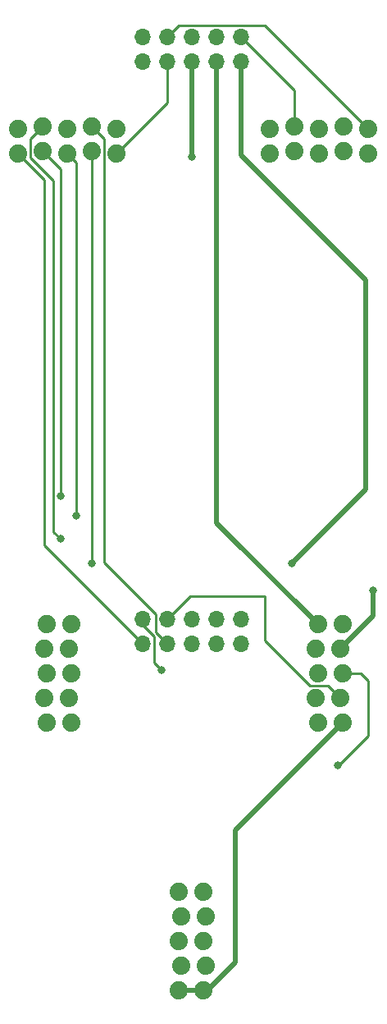
<source format=gbl>
%TF.GenerationSoftware,KiCad,Pcbnew,7.0.8*%
%TF.CreationDate,2024-02-25T17:47:53-05:00*%
%TF.ProjectId,lichen-bifocals-submodule-power-board,6c696368-656e-42d6-9269-666f63616c73,rev?*%
%TF.SameCoordinates,Original*%
%TF.FileFunction,Copper,L2,Bot*%
%TF.FilePolarity,Positive*%
%FSLAX46Y46*%
G04 Gerber Fmt 4.6, Leading zero omitted, Abs format (unit mm)*
G04 Created by KiCad (PCBNEW 7.0.8) date 2024-02-25 17:47:53*
%MOMM*%
%LPD*%
G01*
G04 APERTURE LIST*
%TA.AperFunction,ComponentPad*%
%ADD10C,1.879600*%
%TD*%
%TA.AperFunction,ComponentPad*%
%ADD11O,1.700000X1.700000*%
%TD*%
%TA.AperFunction,ViaPad*%
%ADD12C,0.800000*%
%TD*%
%TA.AperFunction,Conductor*%
%ADD13C,0.250000*%
%TD*%
%TA.AperFunction,Conductor*%
%ADD14C,0.500000*%
%TD*%
G04 APERTURE END LIST*
D10*
%TO.P,MCU1,A1,-12V*%
%TO.N,-12V*%
X135687000Y-182893000D03*
%TO.P,MCU1,A2,UART_RX*%
%TO.N,POT_4_CV_9*%
X135433000Y-180353000D03*
%TO.P,MCU1,A3,UART_TX*%
%TO.N,POT_5_CV_10*%
X135687000Y-177813000D03*
%TO.P,MCU1,A4,GND*%
%TO.N,GND*%
X135433000Y-175273000D03*
%TO.P,MCU1,A5,+12V*%
%TO.N,+12V*%
X135687000Y-172733000D03*
%TO.P,MCU1,A6,+5V*%
%TO.N,+5V*%
X133147000Y-172733000D03*
%TO.P,MCU1,A7,GND*%
%TO.N,GND*%
X132893000Y-175273000D03*
%TO.P,MCU1,A8,USB_DM*%
%TO.N,unconnected-(MCU1-USB_DM-PadA8)*%
X133147000Y-177813000D03*
%TO.P,MCU1,A9,USB_DP*%
%TO.N,unconnected-(MCU1-USB_DP-PadA9)*%
X132893000Y-180353000D03*
%TO.P,MCU1,A10,+3V3*%
%TO.N,+3.3V*%
X133147000Y-182893000D03*
%TO.P,MCU1,B1,AUDIO_OUT_R*%
%TO.N,AUDIO_OUT_R*%
X138370000Y-121670000D03*
%TO.P,MCU1,B2,AUDIO_OUT_L*%
%TO.N,AUDIO_OUT_L*%
X135830000Y-121416000D03*
%TO.P,MCU1,B3,AUDIO_IN_R*%
%TO.N,AUDIO_IN_R*%
X133290000Y-121670000D03*
%TO.P,MCU1,B4,AUDIO_IN_L*%
%TO.N,AUDIO_IN_L*%
X130750000Y-121416000D03*
%TO.P,MCU1,B5,GATE_OUT_1*%
%TO.N,unconnected-(MCU1-GATE_OUT_1-PadB5)*%
X128210000Y-121670000D03*
%TO.P,MCU1,B6,GATE_OUT_2*%
%TO.N,unconnected-(MCU1-GATE_OUT_2-PadB6)*%
X128210000Y-124210000D03*
%TO.P,MCU1,B7,I2C1_SCL*%
%TO.N,BUTTON*%
X130750000Y-123956000D03*
%TO.P,MCU1,B8,I2C1_SDA*%
%TO.N,unconnected-(MCU1-I2C1_SDA-PadB8)*%
X133290000Y-124210000D03*
%TO.P,MCU1,B9,GATE_IN_2*%
%TO.N,unconnected-(MCU1-GATE_IN_2-PadB9)*%
X135830000Y-123956000D03*
%TO.P,MCU1,B10,GATE_IN_1*%
%TO.N,unconnected-(MCU1-GATE_IN_1-PadB10)*%
X138370000Y-124210000D03*
%TO.P,MCU1,C1,CV_OUT_2*%
%TO.N,unconnected-(MCU1-CV_OUT_2-PadC1)*%
X112370000Y-121670000D03*
%TO.P,MCU1,C2,CV4*%
%TO.N,JACK_CV_4*%
X109830000Y-121416000D03*
%TO.P,MCU1,C3,CV3*%
%TO.N,JACK_CV_3*%
X107290000Y-121670000D03*
%TO.P,MCU1,C4,CV2*%
%TO.N,JACK_CV_2*%
X104750000Y-121416000D03*
%TO.P,MCU1,C5,CV1*%
%TO.N,JACK_CV_1*%
X102210000Y-121670000D03*
%TO.P,MCU1,C6,CV5*%
%TO.N,JACK_CV_5*%
X102210000Y-124210000D03*
%TO.P,MCU1,C7,CV6*%
%TO.N,POT_1_CV_6*%
X104750000Y-123956000D03*
%TO.P,MCU1,C8,CV7*%
%TO.N,POT_2_CV_7*%
X107290000Y-124210000D03*
%TO.P,MCU1,C9,CV8*%
%TO.N,POT_3_CV_8*%
X109830000Y-123956000D03*
%TO.P,MCU1,C10,CV_OUT_1*%
%TO.N,LED_CV_OUT*%
X112370000Y-124210000D03*
%TO.P,MCU1,D1,SPI_NSS*%
%TO.N,unconnected-(MCU1-SPI_NSS-PadD1)*%
X107687000Y-182893000D03*
%TO.P,MCU1,D2,SDMMC_D3*%
%TO.N,unconnected-(MCU1-SDMMC_D3-PadD2)*%
X107433000Y-180353000D03*
%TO.P,MCU1,D3,SDMMC_D2*%
%TO.N,unconnected-(MCU1-SDMMC_D2-PadD3)*%
X107687000Y-177813000D03*
%TO.P,MCU1,D4,SDMMC_D1*%
%TO.N,unconnected-(MCU1-SDMMC_D1-PadD4)*%
X107433000Y-175273000D03*
%TO.P,MCU1,D5,SDMMC_D0*%
%TO.N,unconnected-(MCU1-SDMMC_D0-PadD5)*%
X107687000Y-172733000D03*
%TO.P,MCU1,D6,SDMMC_CK*%
%TO.N,unconnected-(MCU1-SDMMC_CK-PadD6)*%
X105147000Y-172733000D03*
%TO.P,MCU1,D7,SDMMC_CMD*%
%TO.N,unconnected-(MCU1-SDMMC_CMD-PadD7)*%
X104893000Y-175273000D03*
%TO.P,MCU1,D8,SPI_MISO*%
%TO.N,unconnected-(MCU1-SPI_MISO-PadD8)*%
X105147000Y-177813000D03*
%TO.P,MCU1,D9,SPI_MOSI*%
%TO.N,unconnected-(MCU1-SPI_MOSI-PadD9)*%
X104893000Y-180353000D03*
%TO.P,MCU1,D10,SPI_SCK*%
%TO.N,unconnected-(MCU1-SPI_SCK-PadD10)*%
X105147000Y-182893000D03*
%TD*%
%TO.P,PWR1,GND1,GND*%
%TO.N,GND*%
X119007000Y-202870000D03*
%TO.P,PWR1,GND2,GND*%
X121547000Y-202870000D03*
%TO.P,PWR1,GND3,GND*%
X118753000Y-205410000D03*
%TO.P,PWR1,GND4,GND*%
X121293000Y-205410000D03*
%TO.P,PWR1,GND5,GND*%
X119007000Y-207950000D03*
%TO.P,PWR1,GND6*%
%TO.N,N/C*%
X121547000Y-207950000D03*
%TO.P,PWR1,NEG1*%
%TO.N,-12V*%
X118753000Y-210490000D03*
%TO.P,PWR1,NEG2*%
X121293000Y-210490000D03*
%TO.P,PWR1,POS1*%
%TO.N,+12V*%
X118753000Y-200330000D03*
%TO.P,PWR1,POS2*%
X121293000Y-200330000D03*
%TD*%
D11*
%TO.P,H2,1,1*%
%TO.N,JACK_CV_1*%
X125230000Y-174720000D03*
%TO.P,H2,2,2*%
%TO.N,POT_1_CV_6*%
X125230000Y-172180000D03*
%TO.P,H2,3,3*%
%TO.N,JACK_CV_2*%
X122690000Y-174720000D03*
%TO.P,H2,4,4*%
%TO.N,POT_2_CV_7*%
X122690000Y-172180000D03*
%TO.P,H2,5,5*%
%TO.N,JACK_CV_3*%
X120150000Y-174720000D03*
%TO.P,H2,6,6*%
%TO.N,POT_3_CV_8*%
X120150000Y-172180000D03*
%TO.P,H2,7,7*%
%TO.N,JACK_CV_4*%
X117610000Y-174720000D03*
%TO.P,H2,8,8*%
%TO.N,POT_4_CV_9*%
X117610000Y-172180000D03*
%TO.P,H2,9,9*%
%TO.N,JACK_CV_5*%
X115070000Y-174720000D03*
%TO.P,H2,10,10*%
%TO.N,POT_5_CV_10*%
X115070000Y-172180000D03*
%TD*%
%TO.P,H1,1,1*%
%TO.N,+3.3V*%
X125230000Y-114690000D03*
%TO.P,H1,2,2*%
%TO.N,AUDIO_IN_L*%
X125230000Y-112150000D03*
%TO.P,H1,3,3*%
%TO.N,+5V*%
X122690000Y-114690000D03*
%TO.P,H1,4,4*%
%TO.N,AUDIO_IN_R*%
X122690000Y-112150000D03*
%TO.P,H1,5,5*%
%TO.N,GND*%
X120150000Y-114690000D03*
%TO.P,H1,6,6*%
%TO.N,AUDIO_OUT_L*%
X120150000Y-112150000D03*
%TO.P,H1,7,7*%
%TO.N,LED_CV_OUT*%
X117610000Y-114690000D03*
%TO.P,H1,8,8*%
%TO.N,AUDIO_OUT_R*%
X117610000Y-112150000D03*
%TO.P,H1,9,9*%
%TO.N,BUTTON*%
X115070000Y-114690000D03*
%TO.P,H1,10,10*%
%TO.N,unconnected-(H1-Pad10)*%
X115070000Y-112150000D03*
%TD*%
D12*
%TO.N,GND*%
X138820000Y-169280000D03*
X120140000Y-124510000D03*
%TO.N,+3.3V*%
X130440000Y-166470000D03*
%TO.N,POT_5_CV_10*%
X135200000Y-187240000D03*
X117020000Y-177480000D03*
%TO.N,POT_3_CV_8*%
X109810000Y-166440000D03*
%TO.N,POT_2_CV_7*%
X108230000Y-161550000D03*
%TO.N,JACK_CV_2*%
X106550000Y-163930000D03*
%TO.N,POT_1_CV_6*%
X106570000Y-159490000D03*
%TD*%
D13*
%TO.N,GND*%
X120140000Y-124510000D02*
X120150000Y-124500000D01*
D14*
X138820000Y-171886000D02*
X138820000Y-169280000D01*
X120150000Y-124500000D02*
X120150000Y-114690000D01*
X135433000Y-175273000D02*
X138820000Y-171886000D01*
D13*
%TO.N,AUDIO_OUT_R*%
X127670000Y-110970000D02*
X118790000Y-110970000D01*
X118790000Y-110970000D02*
X117610000Y-112150000D01*
X138370000Y-121670000D02*
X127670000Y-110970000D01*
%TO.N,LED_CV_OUT*%
X117610000Y-118970000D02*
X117610000Y-114690000D01*
X112370000Y-124210000D02*
X117610000Y-118970000D01*
D14*
%TO.N,+5V*%
X122690000Y-114690000D02*
X122690000Y-162276000D01*
X122690000Y-162276000D02*
X133147000Y-172733000D01*
D13*
%TO.N,AUDIO_IN_L*%
X130750000Y-117670000D02*
X125230000Y-112150000D01*
X130750000Y-121416000D02*
X130750000Y-117670000D01*
D14*
%TO.N,+3.3V*%
X138120000Y-137260000D02*
X125230000Y-124370000D01*
X130440000Y-166490000D02*
X130510000Y-166420000D01*
X125230000Y-124370000D02*
X125230000Y-114690000D01*
X138120000Y-137260000D02*
X138120000Y-158810000D01*
X138120000Y-158810000D02*
X130460000Y-166470000D01*
X130440000Y-166470000D02*
X130440000Y-166490000D01*
X130460000Y-166470000D02*
X130440000Y-166470000D01*
D13*
%TO.N,POT_5_CV_10*%
X116245000Y-176705000D02*
X116245000Y-173991396D01*
X117020000Y-177480000D02*
X116245000Y-176705000D01*
X115070000Y-172816396D02*
X115070000Y-172180000D01*
X137543000Y-177813000D02*
X138300000Y-178570000D01*
X116245000Y-173991396D02*
X115070000Y-172816396D01*
X138300000Y-184240000D02*
X135300000Y-187240000D01*
X135200000Y-187240000D02*
X135200000Y-187340000D01*
X135200000Y-187340000D02*
X135255000Y-187285000D01*
X138300000Y-178570000D02*
X138300000Y-184240000D01*
X135300000Y-187240000D02*
X135200000Y-187240000D01*
X135687000Y-177813000D02*
X137543000Y-177813000D01*
%TO.N,JACK_CV_5*%
X104900000Y-126900000D02*
X104900000Y-164550000D01*
X104900000Y-164550000D02*
X115070000Y-174720000D01*
X102210000Y-124210000D02*
X104900000Y-126900000D01*
%TO.N,POT_4_CV_9*%
X134160000Y-179080000D02*
X132300000Y-179080000D01*
X135433000Y-180353000D02*
X134160000Y-179080000D01*
X127660000Y-169810000D02*
X119980000Y-169810000D01*
X127660000Y-174440000D02*
X127660000Y-169810000D01*
X119980000Y-169810000D02*
X117610000Y-172180000D01*
X132300000Y-179080000D02*
X127660000Y-174440000D01*
%TO.N,JACK_CV_4*%
X116435000Y-173545000D02*
X117610000Y-174720000D01*
X116435000Y-171694946D02*
X116435000Y-173545000D01*
X109830000Y-121416000D02*
X111094800Y-122680800D01*
X111094800Y-122680800D02*
X111094800Y-166354746D01*
X111094800Y-166354746D02*
X116435000Y-171694946D01*
%TO.N,POT_3_CV_8*%
X109830000Y-123956000D02*
X109810000Y-166440000D01*
X109810000Y-166440000D02*
X109830000Y-166420000D01*
%TO.N,POT_2_CV_7*%
X107290000Y-124210000D02*
X108230000Y-125150000D01*
X108230000Y-125150000D02*
X108230000Y-161550000D01*
X108230000Y-161550000D02*
X108230000Y-161670000D01*
%TO.N,JACK_CV_2*%
X106550000Y-163930000D02*
X105845000Y-163225000D01*
X105845000Y-163225000D02*
X105845000Y-127015000D01*
X103485200Y-124655200D02*
X103485200Y-122680800D01*
X103485200Y-122680800D02*
X104750000Y-121416000D01*
X105845000Y-127015000D02*
X103485200Y-124655200D01*
%TO.N,POT_1_CV_6*%
X104750000Y-123956000D02*
X106570000Y-125776000D01*
X106570000Y-125776000D02*
X106570000Y-159490000D01*
X106570000Y-159490000D02*
X106570000Y-159570000D01*
D14*
%TO.N,-12V*%
X121740000Y-210490000D02*
X121293000Y-210490000D01*
X118753000Y-210490000D02*
X121293000Y-210490000D01*
X124600000Y-193980000D02*
X124600000Y-207630000D01*
X135687000Y-182893000D02*
X124600000Y-193980000D01*
X124600000Y-207630000D02*
X121740000Y-210490000D01*
%TD*%
M02*

</source>
